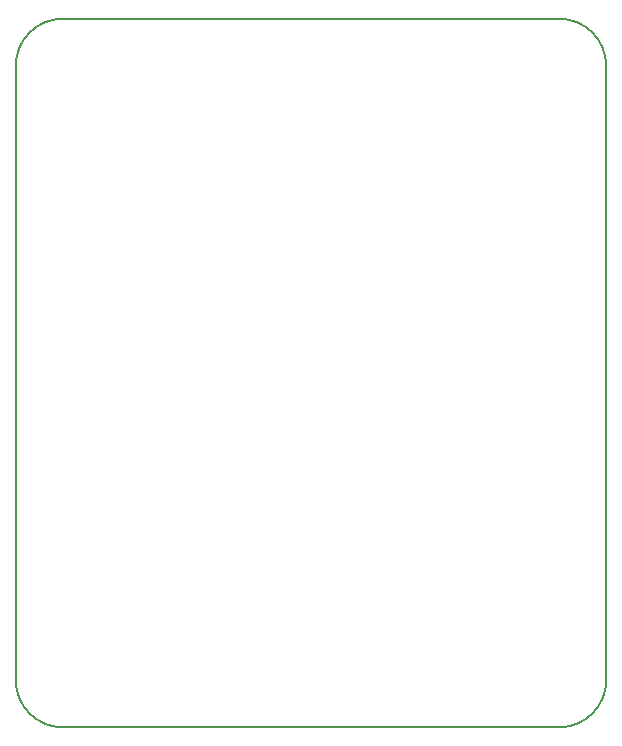
<source format=gbr>
G04 #@! TF.GenerationSoftware,KiCad,Pcbnew,(5.1.10)-1*
G04 #@! TF.CreationDate,2021-07-01T22:43:24-04:00*
G04 #@! TF.ProjectId,MOSTERFET,4d4f5354-4552-4464-9554-2e6b69636164,1.2*
G04 #@! TF.SameCoordinates,Original*
G04 #@! TF.FileFunction,Profile,NP*
%FSLAX46Y46*%
G04 Gerber Fmt 4.6, Leading zero omitted, Abs format (unit mm)*
G04 Created by KiCad (PCBNEW (5.1.10)-1) date 2021-07-01 22:43:24*
%MOMM*%
%LPD*%
G01*
G04 APERTURE LIST*
G04 #@! TA.AperFunction,Profile*
%ADD10C,0.150000*%
G04 #@! TD*
G04 APERTURE END LIST*
D10*
X73000000Y-61000000D02*
G75*
G02*
X77000000Y-57000000I4000000J0D01*
G01*
X77000000Y-117000000D02*
G75*
G02*
X73000000Y-113000000I0J4000000D01*
G01*
X123000000Y-113000000D02*
G75*
G02*
X119000000Y-117000000I-4000000J0D01*
G01*
X119000000Y-57000000D02*
G75*
G02*
X123000000Y-61000000I0J-4000000D01*
G01*
X77000000Y-117000000D02*
X119000000Y-117000000D01*
X77000000Y-57000000D02*
X119000000Y-57000000D01*
X123000000Y-113000000D02*
X123000000Y-61000000D01*
X73000000Y-113000000D02*
X73000000Y-61000000D01*
M02*

</source>
